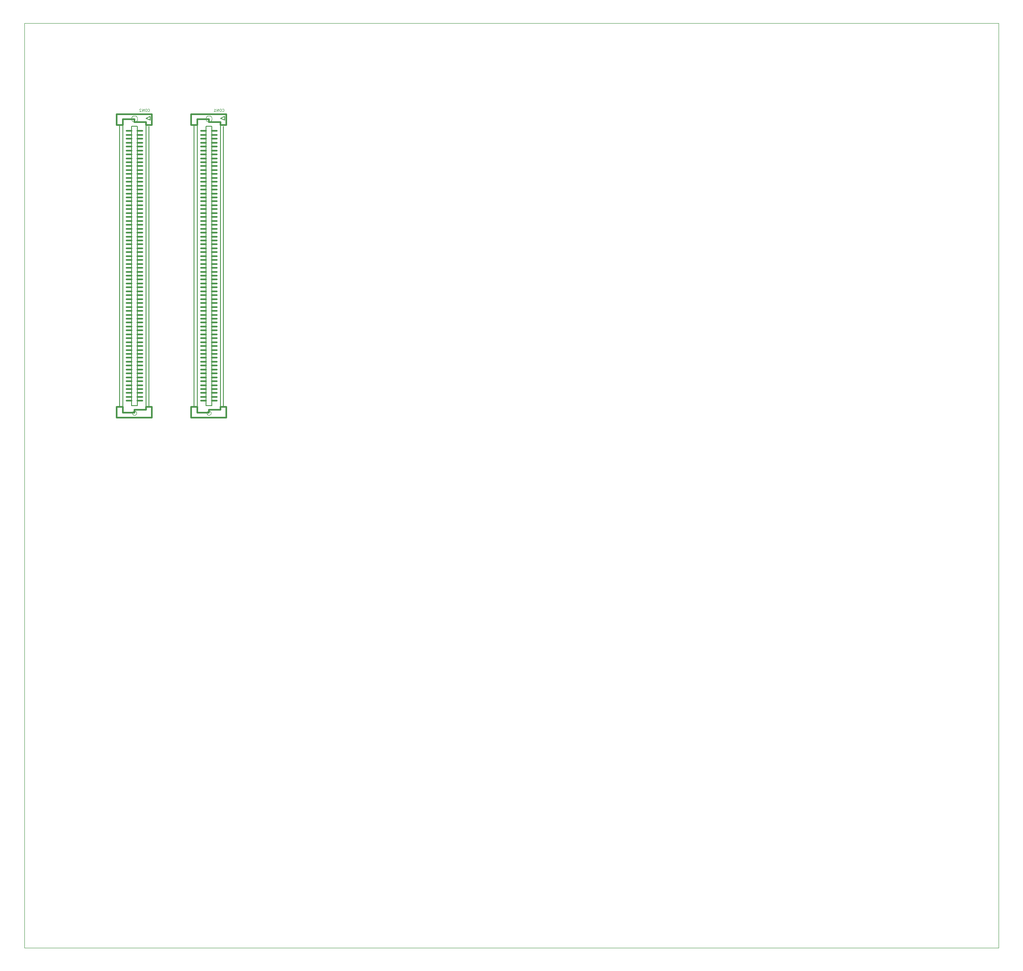
<source format=gbo>
G75*
%MOIN*%
%OFA0B0*%
%FSLAX25Y25*%
%IPPOS*%
%LPD*%
%AMOC8*
5,1,8,0,0,1.08239X$1,22.5*
%
%ADD10C,0.00000*%
%ADD11C,0.01200*%
%ADD12C,0.00500*%
%ADD13C,0.00400*%
D10*
X0001800Y0001800D02*
X0001800Y0746548D01*
X0786879Y0746548D01*
X0786879Y0001800D01*
X0001800Y0001800D01*
X0088796Y0432540D02*
X0088798Y0432621D01*
X0088804Y0432703D01*
X0088814Y0432784D01*
X0088828Y0432864D01*
X0088845Y0432943D01*
X0088867Y0433022D01*
X0088892Y0433099D01*
X0088921Y0433176D01*
X0088954Y0433250D01*
X0088991Y0433323D01*
X0089030Y0433394D01*
X0089074Y0433463D01*
X0089120Y0433530D01*
X0089170Y0433594D01*
X0089223Y0433656D01*
X0089279Y0433716D01*
X0089337Y0433772D01*
X0089399Y0433826D01*
X0089463Y0433877D01*
X0089529Y0433924D01*
X0089597Y0433968D01*
X0089668Y0434009D01*
X0089740Y0434046D01*
X0089815Y0434080D01*
X0089890Y0434110D01*
X0089968Y0434136D01*
X0090046Y0434159D01*
X0090125Y0434177D01*
X0090205Y0434192D01*
X0090286Y0434203D01*
X0090367Y0434210D01*
X0090449Y0434213D01*
X0090530Y0434212D01*
X0090611Y0434207D01*
X0090692Y0434198D01*
X0090773Y0434185D01*
X0090853Y0434168D01*
X0090931Y0434148D01*
X0091009Y0434123D01*
X0091086Y0434095D01*
X0091161Y0434063D01*
X0091234Y0434028D01*
X0091305Y0433989D01*
X0091375Y0433946D01*
X0091442Y0433901D01*
X0091508Y0433852D01*
X0091570Y0433800D01*
X0091630Y0433744D01*
X0091687Y0433686D01*
X0091742Y0433626D01*
X0091793Y0433562D01*
X0091841Y0433497D01*
X0091886Y0433429D01*
X0091928Y0433359D01*
X0091966Y0433287D01*
X0092001Y0433213D01*
X0092032Y0433138D01*
X0092059Y0433061D01*
X0092082Y0432983D01*
X0092102Y0432904D01*
X0092118Y0432824D01*
X0092130Y0432743D01*
X0092138Y0432662D01*
X0092142Y0432581D01*
X0092142Y0432499D01*
X0092138Y0432418D01*
X0092130Y0432337D01*
X0092118Y0432256D01*
X0092102Y0432176D01*
X0092082Y0432097D01*
X0092059Y0432019D01*
X0092032Y0431942D01*
X0092001Y0431867D01*
X0091966Y0431793D01*
X0091928Y0431721D01*
X0091886Y0431651D01*
X0091841Y0431583D01*
X0091793Y0431518D01*
X0091742Y0431454D01*
X0091687Y0431394D01*
X0091630Y0431336D01*
X0091570Y0431280D01*
X0091508Y0431228D01*
X0091442Y0431179D01*
X0091375Y0431134D01*
X0091306Y0431091D01*
X0091234Y0431052D01*
X0091161Y0431017D01*
X0091086Y0430985D01*
X0091009Y0430957D01*
X0090931Y0430932D01*
X0090853Y0430912D01*
X0090773Y0430895D01*
X0090692Y0430882D01*
X0090611Y0430873D01*
X0090530Y0430868D01*
X0090449Y0430867D01*
X0090367Y0430870D01*
X0090286Y0430877D01*
X0090205Y0430888D01*
X0090125Y0430903D01*
X0090046Y0430921D01*
X0089968Y0430944D01*
X0089890Y0430970D01*
X0089815Y0431000D01*
X0089740Y0431034D01*
X0089668Y0431071D01*
X0089597Y0431112D01*
X0089529Y0431156D01*
X0089463Y0431203D01*
X0089399Y0431254D01*
X0089337Y0431308D01*
X0089279Y0431364D01*
X0089223Y0431424D01*
X0089170Y0431486D01*
X0089120Y0431550D01*
X0089074Y0431617D01*
X0089030Y0431686D01*
X0088991Y0431757D01*
X0088954Y0431830D01*
X0088921Y0431904D01*
X0088892Y0431981D01*
X0088867Y0432058D01*
X0088845Y0432137D01*
X0088828Y0432216D01*
X0088814Y0432296D01*
X0088804Y0432377D01*
X0088798Y0432459D01*
X0088796Y0432540D01*
X0148796Y0432540D02*
X0148798Y0432621D01*
X0148804Y0432703D01*
X0148814Y0432784D01*
X0148828Y0432864D01*
X0148845Y0432943D01*
X0148867Y0433022D01*
X0148892Y0433099D01*
X0148921Y0433176D01*
X0148954Y0433250D01*
X0148991Y0433323D01*
X0149030Y0433394D01*
X0149074Y0433463D01*
X0149120Y0433530D01*
X0149170Y0433594D01*
X0149223Y0433656D01*
X0149279Y0433716D01*
X0149337Y0433772D01*
X0149399Y0433826D01*
X0149463Y0433877D01*
X0149529Y0433924D01*
X0149597Y0433968D01*
X0149668Y0434009D01*
X0149740Y0434046D01*
X0149815Y0434080D01*
X0149890Y0434110D01*
X0149968Y0434136D01*
X0150046Y0434159D01*
X0150125Y0434177D01*
X0150205Y0434192D01*
X0150286Y0434203D01*
X0150367Y0434210D01*
X0150449Y0434213D01*
X0150530Y0434212D01*
X0150611Y0434207D01*
X0150692Y0434198D01*
X0150773Y0434185D01*
X0150853Y0434168D01*
X0150931Y0434148D01*
X0151009Y0434123D01*
X0151086Y0434095D01*
X0151161Y0434063D01*
X0151234Y0434028D01*
X0151305Y0433989D01*
X0151375Y0433946D01*
X0151442Y0433901D01*
X0151508Y0433852D01*
X0151570Y0433800D01*
X0151630Y0433744D01*
X0151687Y0433686D01*
X0151742Y0433626D01*
X0151793Y0433562D01*
X0151841Y0433497D01*
X0151886Y0433429D01*
X0151928Y0433359D01*
X0151966Y0433287D01*
X0152001Y0433213D01*
X0152032Y0433138D01*
X0152059Y0433061D01*
X0152082Y0432983D01*
X0152102Y0432904D01*
X0152118Y0432824D01*
X0152130Y0432743D01*
X0152138Y0432662D01*
X0152142Y0432581D01*
X0152142Y0432499D01*
X0152138Y0432418D01*
X0152130Y0432337D01*
X0152118Y0432256D01*
X0152102Y0432176D01*
X0152082Y0432097D01*
X0152059Y0432019D01*
X0152032Y0431942D01*
X0152001Y0431867D01*
X0151966Y0431793D01*
X0151928Y0431721D01*
X0151886Y0431651D01*
X0151841Y0431583D01*
X0151793Y0431518D01*
X0151742Y0431454D01*
X0151687Y0431394D01*
X0151630Y0431336D01*
X0151570Y0431280D01*
X0151508Y0431228D01*
X0151442Y0431179D01*
X0151375Y0431134D01*
X0151306Y0431091D01*
X0151234Y0431052D01*
X0151161Y0431017D01*
X0151086Y0430985D01*
X0151009Y0430957D01*
X0150931Y0430932D01*
X0150853Y0430912D01*
X0150773Y0430895D01*
X0150692Y0430882D01*
X0150611Y0430873D01*
X0150530Y0430868D01*
X0150449Y0430867D01*
X0150367Y0430870D01*
X0150286Y0430877D01*
X0150205Y0430888D01*
X0150125Y0430903D01*
X0150046Y0430921D01*
X0149968Y0430944D01*
X0149890Y0430970D01*
X0149815Y0431000D01*
X0149740Y0431034D01*
X0149668Y0431071D01*
X0149597Y0431112D01*
X0149529Y0431156D01*
X0149463Y0431203D01*
X0149399Y0431254D01*
X0149337Y0431308D01*
X0149279Y0431364D01*
X0149223Y0431424D01*
X0149170Y0431486D01*
X0149120Y0431550D01*
X0149074Y0431617D01*
X0149030Y0431686D01*
X0148991Y0431757D01*
X0148954Y0431830D01*
X0148921Y0431904D01*
X0148892Y0431981D01*
X0148867Y0432058D01*
X0148845Y0432137D01*
X0148828Y0432216D01*
X0148814Y0432296D01*
X0148804Y0432377D01*
X0148798Y0432459D01*
X0148796Y0432540D01*
X0148008Y0669548D02*
X0148010Y0669647D01*
X0148016Y0669746D01*
X0148026Y0669845D01*
X0148040Y0669943D01*
X0148058Y0670040D01*
X0148080Y0670137D01*
X0148105Y0670233D01*
X0148135Y0670327D01*
X0148168Y0670421D01*
X0148205Y0670513D01*
X0148246Y0670603D01*
X0148290Y0670692D01*
X0148338Y0670778D01*
X0148389Y0670863D01*
X0148444Y0670946D01*
X0148502Y0671026D01*
X0148563Y0671104D01*
X0148627Y0671180D01*
X0148694Y0671253D01*
X0148764Y0671323D01*
X0148837Y0671390D01*
X0148913Y0671454D01*
X0148991Y0671515D01*
X0149071Y0671573D01*
X0149154Y0671628D01*
X0149238Y0671679D01*
X0149325Y0671727D01*
X0149414Y0671771D01*
X0149504Y0671812D01*
X0149596Y0671849D01*
X0149690Y0671882D01*
X0149784Y0671912D01*
X0149880Y0671937D01*
X0149977Y0671959D01*
X0150074Y0671977D01*
X0150172Y0671991D01*
X0150271Y0672001D01*
X0150370Y0672007D01*
X0150469Y0672009D01*
X0150568Y0672007D01*
X0150667Y0672001D01*
X0150766Y0671991D01*
X0150864Y0671977D01*
X0150961Y0671959D01*
X0151058Y0671937D01*
X0151154Y0671912D01*
X0151248Y0671882D01*
X0151342Y0671849D01*
X0151434Y0671812D01*
X0151524Y0671771D01*
X0151613Y0671727D01*
X0151699Y0671679D01*
X0151784Y0671628D01*
X0151867Y0671573D01*
X0151947Y0671515D01*
X0152025Y0671454D01*
X0152101Y0671390D01*
X0152174Y0671323D01*
X0152244Y0671253D01*
X0152311Y0671180D01*
X0152375Y0671104D01*
X0152436Y0671026D01*
X0152494Y0670946D01*
X0152549Y0670863D01*
X0152600Y0670779D01*
X0152648Y0670692D01*
X0152692Y0670603D01*
X0152733Y0670513D01*
X0152770Y0670421D01*
X0152803Y0670327D01*
X0152833Y0670233D01*
X0152858Y0670137D01*
X0152880Y0670040D01*
X0152898Y0669943D01*
X0152912Y0669845D01*
X0152922Y0669746D01*
X0152928Y0669647D01*
X0152930Y0669548D01*
X0152928Y0669449D01*
X0152922Y0669350D01*
X0152912Y0669251D01*
X0152898Y0669153D01*
X0152880Y0669056D01*
X0152858Y0668959D01*
X0152833Y0668863D01*
X0152803Y0668769D01*
X0152770Y0668675D01*
X0152733Y0668583D01*
X0152692Y0668493D01*
X0152648Y0668404D01*
X0152600Y0668318D01*
X0152549Y0668233D01*
X0152494Y0668150D01*
X0152436Y0668070D01*
X0152375Y0667992D01*
X0152311Y0667916D01*
X0152244Y0667843D01*
X0152174Y0667773D01*
X0152101Y0667706D01*
X0152025Y0667642D01*
X0151947Y0667581D01*
X0151867Y0667523D01*
X0151784Y0667468D01*
X0151700Y0667417D01*
X0151613Y0667369D01*
X0151524Y0667325D01*
X0151434Y0667284D01*
X0151342Y0667247D01*
X0151248Y0667214D01*
X0151154Y0667184D01*
X0151058Y0667159D01*
X0150961Y0667137D01*
X0150864Y0667119D01*
X0150766Y0667105D01*
X0150667Y0667095D01*
X0150568Y0667089D01*
X0150469Y0667087D01*
X0150370Y0667089D01*
X0150271Y0667095D01*
X0150172Y0667105D01*
X0150074Y0667119D01*
X0149977Y0667137D01*
X0149880Y0667159D01*
X0149784Y0667184D01*
X0149690Y0667214D01*
X0149596Y0667247D01*
X0149504Y0667284D01*
X0149414Y0667325D01*
X0149325Y0667369D01*
X0149239Y0667417D01*
X0149154Y0667468D01*
X0149071Y0667523D01*
X0148991Y0667581D01*
X0148913Y0667642D01*
X0148837Y0667706D01*
X0148764Y0667773D01*
X0148694Y0667843D01*
X0148627Y0667916D01*
X0148563Y0667992D01*
X0148502Y0668070D01*
X0148444Y0668150D01*
X0148389Y0668233D01*
X0148338Y0668317D01*
X0148290Y0668404D01*
X0148246Y0668493D01*
X0148205Y0668583D01*
X0148168Y0668675D01*
X0148135Y0668769D01*
X0148105Y0668863D01*
X0148080Y0668959D01*
X0148058Y0669056D01*
X0148040Y0669153D01*
X0148026Y0669251D01*
X0148016Y0669350D01*
X0148010Y0669449D01*
X0148008Y0669548D01*
X0088008Y0669548D02*
X0088010Y0669647D01*
X0088016Y0669746D01*
X0088026Y0669845D01*
X0088040Y0669943D01*
X0088058Y0670040D01*
X0088080Y0670137D01*
X0088105Y0670233D01*
X0088135Y0670327D01*
X0088168Y0670421D01*
X0088205Y0670513D01*
X0088246Y0670603D01*
X0088290Y0670692D01*
X0088338Y0670778D01*
X0088389Y0670863D01*
X0088444Y0670946D01*
X0088502Y0671026D01*
X0088563Y0671104D01*
X0088627Y0671180D01*
X0088694Y0671253D01*
X0088764Y0671323D01*
X0088837Y0671390D01*
X0088913Y0671454D01*
X0088991Y0671515D01*
X0089071Y0671573D01*
X0089154Y0671628D01*
X0089238Y0671679D01*
X0089325Y0671727D01*
X0089414Y0671771D01*
X0089504Y0671812D01*
X0089596Y0671849D01*
X0089690Y0671882D01*
X0089784Y0671912D01*
X0089880Y0671937D01*
X0089977Y0671959D01*
X0090074Y0671977D01*
X0090172Y0671991D01*
X0090271Y0672001D01*
X0090370Y0672007D01*
X0090469Y0672009D01*
X0090568Y0672007D01*
X0090667Y0672001D01*
X0090766Y0671991D01*
X0090864Y0671977D01*
X0090961Y0671959D01*
X0091058Y0671937D01*
X0091154Y0671912D01*
X0091248Y0671882D01*
X0091342Y0671849D01*
X0091434Y0671812D01*
X0091524Y0671771D01*
X0091613Y0671727D01*
X0091699Y0671679D01*
X0091784Y0671628D01*
X0091867Y0671573D01*
X0091947Y0671515D01*
X0092025Y0671454D01*
X0092101Y0671390D01*
X0092174Y0671323D01*
X0092244Y0671253D01*
X0092311Y0671180D01*
X0092375Y0671104D01*
X0092436Y0671026D01*
X0092494Y0670946D01*
X0092549Y0670863D01*
X0092600Y0670779D01*
X0092648Y0670692D01*
X0092692Y0670603D01*
X0092733Y0670513D01*
X0092770Y0670421D01*
X0092803Y0670327D01*
X0092833Y0670233D01*
X0092858Y0670137D01*
X0092880Y0670040D01*
X0092898Y0669943D01*
X0092912Y0669845D01*
X0092922Y0669746D01*
X0092928Y0669647D01*
X0092930Y0669548D01*
X0092928Y0669449D01*
X0092922Y0669350D01*
X0092912Y0669251D01*
X0092898Y0669153D01*
X0092880Y0669056D01*
X0092858Y0668959D01*
X0092833Y0668863D01*
X0092803Y0668769D01*
X0092770Y0668675D01*
X0092733Y0668583D01*
X0092692Y0668493D01*
X0092648Y0668404D01*
X0092600Y0668318D01*
X0092549Y0668233D01*
X0092494Y0668150D01*
X0092436Y0668070D01*
X0092375Y0667992D01*
X0092311Y0667916D01*
X0092244Y0667843D01*
X0092174Y0667773D01*
X0092101Y0667706D01*
X0092025Y0667642D01*
X0091947Y0667581D01*
X0091867Y0667523D01*
X0091784Y0667468D01*
X0091700Y0667417D01*
X0091613Y0667369D01*
X0091524Y0667325D01*
X0091434Y0667284D01*
X0091342Y0667247D01*
X0091248Y0667214D01*
X0091154Y0667184D01*
X0091058Y0667159D01*
X0090961Y0667137D01*
X0090864Y0667119D01*
X0090766Y0667105D01*
X0090667Y0667095D01*
X0090568Y0667089D01*
X0090469Y0667087D01*
X0090370Y0667089D01*
X0090271Y0667095D01*
X0090172Y0667105D01*
X0090074Y0667119D01*
X0089977Y0667137D01*
X0089880Y0667159D01*
X0089784Y0667184D01*
X0089690Y0667214D01*
X0089596Y0667247D01*
X0089504Y0667284D01*
X0089414Y0667325D01*
X0089325Y0667369D01*
X0089239Y0667417D01*
X0089154Y0667468D01*
X0089071Y0667523D01*
X0088991Y0667581D01*
X0088913Y0667642D01*
X0088837Y0667706D01*
X0088764Y0667773D01*
X0088694Y0667843D01*
X0088627Y0667916D01*
X0088563Y0667992D01*
X0088502Y0668070D01*
X0088444Y0668150D01*
X0088389Y0668233D01*
X0088338Y0668317D01*
X0088290Y0668404D01*
X0088246Y0668493D01*
X0088205Y0668583D01*
X0088168Y0668675D01*
X0088135Y0668769D01*
X0088105Y0668863D01*
X0088080Y0668959D01*
X0088058Y0669056D01*
X0088040Y0669153D01*
X0088026Y0669251D01*
X0088016Y0669350D01*
X0088010Y0669449D01*
X0088008Y0669548D01*
D11*
X0090469Y0669154D02*
X0090469Y0666792D01*
X0099918Y0666792D01*
X0099918Y0664430D01*
X0104643Y0664430D01*
X0104643Y0673091D01*
X0076296Y0673091D01*
X0076296Y0664430D01*
X0078658Y0664430D01*
X0081020Y0664430D01*
X0081020Y0669154D01*
X0090469Y0669154D01*
X0088107Y0659706D02*
X0084170Y0659706D01*
X0084170Y0656556D02*
X0088107Y0656556D01*
X0088107Y0653406D02*
X0084170Y0653406D01*
X0084170Y0650257D02*
X0088107Y0650257D01*
X0088107Y0647107D02*
X0084170Y0647107D01*
X0084170Y0643957D02*
X0088107Y0643957D01*
X0088107Y0640808D02*
X0084170Y0640808D01*
X0084170Y0637658D02*
X0088107Y0637658D01*
X0088107Y0634509D02*
X0084170Y0634509D01*
X0084170Y0631359D02*
X0088107Y0631359D01*
X0088107Y0628209D02*
X0084170Y0628209D01*
X0084170Y0625060D02*
X0088107Y0625060D01*
X0088107Y0621910D02*
X0084170Y0621910D01*
X0084170Y0618761D02*
X0088107Y0618761D01*
X0088107Y0615611D02*
X0084170Y0615611D01*
X0084170Y0612461D02*
X0088107Y0612461D01*
X0088107Y0609312D02*
X0084170Y0609312D01*
X0084170Y0606162D02*
X0088107Y0606162D01*
X0088107Y0603013D02*
X0084170Y0603013D01*
X0084170Y0599863D02*
X0088107Y0599863D01*
X0088107Y0596713D02*
X0084170Y0596713D01*
X0084170Y0593564D02*
X0088107Y0593564D01*
X0088107Y0590414D02*
X0084170Y0590414D01*
X0084170Y0587265D02*
X0088107Y0587265D01*
X0088107Y0584115D02*
X0084170Y0584115D01*
X0084170Y0580965D02*
X0088107Y0580965D01*
X0088107Y0577816D02*
X0084170Y0577816D01*
X0084170Y0574666D02*
X0088107Y0574666D01*
X0088107Y0571517D02*
X0084170Y0571517D01*
X0084170Y0568367D02*
X0088107Y0568367D01*
X0088107Y0565217D02*
X0084170Y0565217D01*
X0084170Y0562068D02*
X0088107Y0562068D01*
X0088107Y0558918D02*
X0084170Y0558918D01*
X0084170Y0555769D02*
X0088107Y0555769D01*
X0088107Y0552619D02*
X0084170Y0552619D01*
X0084170Y0549469D02*
X0088107Y0549469D01*
X0088107Y0546320D02*
X0084170Y0546320D01*
X0084170Y0543170D02*
X0088107Y0543170D01*
X0088107Y0540020D02*
X0084170Y0540020D01*
X0084170Y0536871D02*
X0088107Y0536871D01*
X0088107Y0533721D02*
X0084170Y0533721D01*
X0084170Y0530572D02*
X0088107Y0530572D01*
X0088107Y0527422D02*
X0084170Y0527422D01*
X0084170Y0524272D02*
X0088107Y0524272D01*
X0088107Y0521123D02*
X0084170Y0521123D01*
X0084170Y0517973D02*
X0088107Y0517973D01*
X0088107Y0514824D02*
X0084170Y0514824D01*
X0084170Y0511674D02*
X0088107Y0511674D01*
X0088107Y0508524D02*
X0084170Y0508524D01*
X0084170Y0505375D02*
X0088107Y0505375D01*
X0088107Y0502225D02*
X0084170Y0502225D01*
X0084170Y0499076D02*
X0088107Y0499076D01*
X0088107Y0495926D02*
X0084170Y0495926D01*
X0084170Y0492776D02*
X0088107Y0492776D01*
X0088107Y0489627D02*
X0084170Y0489627D01*
X0084170Y0486477D02*
X0088107Y0486477D01*
X0088107Y0483328D02*
X0084170Y0483328D01*
X0084170Y0480178D02*
X0088107Y0480178D01*
X0088107Y0477028D02*
X0084170Y0477028D01*
X0084170Y0473879D02*
X0088107Y0473879D01*
X0088107Y0470729D02*
X0084170Y0470729D01*
X0084170Y0467580D02*
X0088107Y0467580D01*
X0088107Y0464430D02*
X0084170Y0464430D01*
X0084170Y0461280D02*
X0088107Y0461280D01*
X0088107Y0458131D02*
X0084170Y0458131D01*
X0084170Y0454981D02*
X0088107Y0454981D01*
X0088107Y0451831D02*
X0084170Y0451831D01*
X0084170Y0448682D02*
X0088107Y0448682D01*
X0088107Y0445532D02*
X0084170Y0445532D01*
X0084170Y0442383D02*
X0088107Y0442383D01*
X0092831Y0442383D02*
X0096769Y0442383D01*
X0096769Y0445532D02*
X0092831Y0445532D01*
X0092831Y0448682D02*
X0096769Y0448682D01*
X0096769Y0451831D02*
X0092831Y0451831D01*
X0092831Y0454981D02*
X0096769Y0454981D01*
X0096769Y0458131D02*
X0092831Y0458131D01*
X0092831Y0461280D02*
X0096769Y0461280D01*
X0096769Y0464430D02*
X0092831Y0464430D01*
X0092831Y0467580D02*
X0096769Y0467580D01*
X0096769Y0470729D02*
X0092831Y0470729D01*
X0092831Y0473879D02*
X0096769Y0473879D01*
X0096769Y0477028D02*
X0092831Y0477028D01*
X0092831Y0480178D02*
X0096769Y0480178D01*
X0096769Y0483328D02*
X0092831Y0483328D01*
X0092831Y0486477D02*
X0096769Y0486477D01*
X0096769Y0489627D02*
X0092831Y0489627D01*
X0092831Y0492776D02*
X0096769Y0492776D01*
X0096769Y0495926D02*
X0092831Y0495926D01*
X0092831Y0499076D02*
X0096769Y0499076D01*
X0096769Y0502225D02*
X0092831Y0502225D01*
X0092831Y0505375D02*
X0096769Y0505375D01*
X0096769Y0508524D02*
X0092831Y0508524D01*
X0092831Y0511674D02*
X0096769Y0511674D01*
X0096769Y0514824D02*
X0092831Y0514824D01*
X0092831Y0517973D02*
X0096769Y0517973D01*
X0096769Y0521123D02*
X0092831Y0521123D01*
X0092831Y0524272D02*
X0096769Y0524272D01*
X0096769Y0527422D02*
X0092831Y0527422D01*
X0092831Y0530572D02*
X0096769Y0530572D01*
X0096769Y0533721D02*
X0092831Y0533721D01*
X0092831Y0536871D02*
X0096769Y0536871D01*
X0096769Y0540020D02*
X0092831Y0540020D01*
X0092831Y0543170D02*
X0096769Y0543170D01*
X0096769Y0546320D02*
X0092831Y0546320D01*
X0092831Y0549469D02*
X0096769Y0549469D01*
X0096769Y0552619D02*
X0092831Y0552619D01*
X0092831Y0555769D02*
X0096769Y0555769D01*
X0096769Y0558918D02*
X0092831Y0558918D01*
X0092831Y0562068D02*
X0096769Y0562068D01*
X0096769Y0565217D02*
X0092831Y0565217D01*
X0092831Y0568367D02*
X0096769Y0568367D01*
X0096769Y0571517D02*
X0092831Y0571517D01*
X0092831Y0574666D02*
X0096769Y0574666D01*
X0096769Y0577816D02*
X0092831Y0577816D01*
X0092831Y0580965D02*
X0096769Y0580965D01*
X0096769Y0584115D02*
X0092831Y0584115D01*
X0092831Y0587265D02*
X0096769Y0587265D01*
X0096769Y0590414D02*
X0092831Y0590414D01*
X0092831Y0593564D02*
X0096769Y0593564D01*
X0096769Y0596713D02*
X0092831Y0596713D01*
X0092831Y0599863D02*
X0096769Y0599863D01*
X0096769Y0603013D02*
X0092831Y0603013D01*
X0092831Y0606162D02*
X0096769Y0606162D01*
X0096769Y0609312D02*
X0092831Y0609312D01*
X0092831Y0612461D02*
X0096769Y0612461D01*
X0096769Y0615611D02*
X0092831Y0615611D01*
X0092831Y0618761D02*
X0096769Y0618761D01*
X0096769Y0621910D02*
X0092831Y0621910D01*
X0092831Y0625060D02*
X0096769Y0625060D01*
X0096769Y0628209D02*
X0092831Y0628209D01*
X0092831Y0631359D02*
X0096769Y0631359D01*
X0096769Y0634509D02*
X0092831Y0634509D01*
X0092831Y0637658D02*
X0096769Y0637658D01*
X0096769Y0640808D02*
X0092831Y0640808D01*
X0092831Y0643957D02*
X0096769Y0643957D01*
X0096769Y0647107D02*
X0092831Y0647107D01*
X0092831Y0650257D02*
X0096769Y0650257D01*
X0096769Y0653406D02*
X0092831Y0653406D01*
X0092831Y0656556D02*
X0096769Y0656556D01*
X0096769Y0659706D02*
X0092831Y0659706D01*
X0136296Y0664430D02*
X0138658Y0664430D01*
X0141020Y0664430D01*
X0141020Y0669154D01*
X0150469Y0669154D01*
X0150469Y0666792D01*
X0159918Y0666792D01*
X0159918Y0664430D01*
X0164643Y0664430D01*
X0164643Y0673091D01*
X0136296Y0673091D01*
X0136296Y0664430D01*
X0144170Y0659706D02*
X0148107Y0659706D01*
X0148107Y0656556D02*
X0144170Y0656556D01*
X0144170Y0653406D02*
X0148107Y0653406D01*
X0148107Y0650257D02*
X0144170Y0650257D01*
X0144170Y0647107D02*
X0148107Y0647107D01*
X0148107Y0643957D02*
X0144170Y0643957D01*
X0144170Y0640808D02*
X0148107Y0640808D01*
X0148107Y0637658D02*
X0144170Y0637658D01*
X0144170Y0634509D02*
X0148107Y0634509D01*
X0148107Y0631359D02*
X0144170Y0631359D01*
X0144170Y0628209D02*
X0148107Y0628209D01*
X0148107Y0625060D02*
X0144170Y0625060D01*
X0144170Y0621910D02*
X0148107Y0621910D01*
X0148107Y0618761D02*
X0144170Y0618761D01*
X0144170Y0615611D02*
X0148107Y0615611D01*
X0148107Y0612461D02*
X0144170Y0612461D01*
X0144170Y0609312D02*
X0148107Y0609312D01*
X0148107Y0606162D02*
X0144170Y0606162D01*
X0144170Y0603013D02*
X0148107Y0603013D01*
X0148107Y0599863D02*
X0144170Y0599863D01*
X0144170Y0596713D02*
X0148107Y0596713D01*
X0148107Y0593564D02*
X0144170Y0593564D01*
X0144170Y0590414D02*
X0148107Y0590414D01*
X0148107Y0587265D02*
X0144170Y0587265D01*
X0144170Y0584115D02*
X0148107Y0584115D01*
X0148107Y0580965D02*
X0144170Y0580965D01*
X0144170Y0577816D02*
X0148107Y0577816D01*
X0148107Y0574666D02*
X0144170Y0574666D01*
X0144170Y0571517D02*
X0148107Y0571517D01*
X0148107Y0568367D02*
X0144170Y0568367D01*
X0144170Y0565217D02*
X0148107Y0565217D01*
X0148107Y0562068D02*
X0144170Y0562068D01*
X0144170Y0558918D02*
X0148107Y0558918D01*
X0148107Y0555769D02*
X0144170Y0555769D01*
X0144170Y0552619D02*
X0148107Y0552619D01*
X0148107Y0549469D02*
X0144170Y0549469D01*
X0144170Y0546320D02*
X0148107Y0546320D01*
X0148107Y0543170D02*
X0144170Y0543170D01*
X0144170Y0540020D02*
X0148107Y0540020D01*
X0148107Y0536871D02*
X0144170Y0536871D01*
X0144170Y0533721D02*
X0148107Y0533721D01*
X0148107Y0530572D02*
X0144170Y0530572D01*
X0144170Y0527422D02*
X0148107Y0527422D01*
X0148107Y0524272D02*
X0144170Y0524272D01*
X0144170Y0521123D02*
X0148107Y0521123D01*
X0148107Y0517973D02*
X0144170Y0517973D01*
X0144170Y0514824D02*
X0148107Y0514824D01*
X0148107Y0511674D02*
X0144170Y0511674D01*
X0144170Y0508524D02*
X0148107Y0508524D01*
X0148107Y0505375D02*
X0144170Y0505375D01*
X0144170Y0502225D02*
X0148107Y0502225D01*
X0148107Y0499076D02*
X0144170Y0499076D01*
X0144170Y0495926D02*
X0148107Y0495926D01*
X0148107Y0492776D02*
X0144170Y0492776D01*
X0144170Y0489627D02*
X0148107Y0489627D01*
X0148107Y0486477D02*
X0144170Y0486477D01*
X0144170Y0483328D02*
X0148107Y0483328D01*
X0148107Y0480178D02*
X0144170Y0480178D01*
X0144170Y0477028D02*
X0148107Y0477028D01*
X0148107Y0473879D02*
X0144170Y0473879D01*
X0144170Y0470729D02*
X0148107Y0470729D01*
X0148107Y0467580D02*
X0144170Y0467580D01*
X0144170Y0464430D02*
X0148107Y0464430D01*
X0148107Y0461280D02*
X0144170Y0461280D01*
X0144170Y0458131D02*
X0148107Y0458131D01*
X0148107Y0454981D02*
X0144170Y0454981D01*
X0144170Y0451831D02*
X0148107Y0451831D01*
X0148107Y0448682D02*
X0144170Y0448682D01*
X0144170Y0445532D02*
X0148107Y0445532D01*
X0148107Y0442383D02*
X0144170Y0442383D01*
X0141020Y0437658D02*
X0141020Y0432934D01*
X0150469Y0432934D01*
X0150469Y0435296D01*
X0159918Y0435296D01*
X0159918Y0437658D01*
X0162280Y0437658D01*
X0164643Y0437658D01*
X0164643Y0428997D01*
X0136296Y0428997D01*
X0136296Y0437658D01*
X0138658Y0437658D01*
X0141020Y0437658D01*
X0152831Y0442383D02*
X0156769Y0442383D01*
X0156769Y0445532D02*
X0152831Y0445532D01*
X0152831Y0448682D02*
X0156769Y0448682D01*
X0156769Y0451831D02*
X0152831Y0451831D01*
X0152831Y0454981D02*
X0156769Y0454981D01*
X0156769Y0458131D02*
X0152831Y0458131D01*
X0152831Y0461280D02*
X0156769Y0461280D01*
X0156769Y0464430D02*
X0152831Y0464430D01*
X0152831Y0467580D02*
X0156769Y0467580D01*
X0156769Y0470729D02*
X0152831Y0470729D01*
X0152831Y0473879D02*
X0156769Y0473879D01*
X0156769Y0477028D02*
X0152831Y0477028D01*
X0152831Y0480178D02*
X0156769Y0480178D01*
X0156769Y0483328D02*
X0152831Y0483328D01*
X0152831Y0486477D02*
X0156769Y0486477D01*
X0156769Y0489627D02*
X0152831Y0489627D01*
X0152831Y0492776D02*
X0156769Y0492776D01*
X0156769Y0495926D02*
X0152831Y0495926D01*
X0152831Y0499076D02*
X0156769Y0499076D01*
X0156769Y0502225D02*
X0152831Y0502225D01*
X0152831Y0505375D02*
X0156769Y0505375D01*
X0156769Y0508524D02*
X0152831Y0508524D01*
X0152831Y0511674D02*
X0156769Y0511674D01*
X0156769Y0514824D02*
X0152831Y0514824D01*
X0152831Y0517973D02*
X0156769Y0517973D01*
X0156769Y0521123D02*
X0152831Y0521123D01*
X0152831Y0524272D02*
X0156769Y0524272D01*
X0156769Y0527422D02*
X0152831Y0527422D01*
X0152831Y0530572D02*
X0156769Y0530572D01*
X0156769Y0533721D02*
X0152831Y0533721D01*
X0152831Y0536871D02*
X0156769Y0536871D01*
X0156769Y0540020D02*
X0152831Y0540020D01*
X0152831Y0543170D02*
X0156769Y0543170D01*
X0156769Y0546320D02*
X0152831Y0546320D01*
X0152831Y0549469D02*
X0156769Y0549469D01*
X0156769Y0552619D02*
X0152831Y0552619D01*
X0152831Y0555769D02*
X0156769Y0555769D01*
X0156769Y0558918D02*
X0152831Y0558918D01*
X0152831Y0562068D02*
X0156769Y0562068D01*
X0156769Y0565217D02*
X0152831Y0565217D01*
X0152831Y0568367D02*
X0156769Y0568367D01*
X0156769Y0571517D02*
X0152831Y0571517D01*
X0152831Y0574666D02*
X0156769Y0574666D01*
X0156769Y0577816D02*
X0152831Y0577816D01*
X0152831Y0580965D02*
X0156769Y0580965D01*
X0156769Y0584115D02*
X0152831Y0584115D01*
X0152831Y0587265D02*
X0156769Y0587265D01*
X0156769Y0590414D02*
X0152831Y0590414D01*
X0152831Y0593564D02*
X0156769Y0593564D01*
X0156769Y0596713D02*
X0152831Y0596713D01*
X0152831Y0599863D02*
X0156769Y0599863D01*
X0156769Y0603013D02*
X0152831Y0603013D01*
X0152831Y0606162D02*
X0156769Y0606162D01*
X0156769Y0609312D02*
X0152831Y0609312D01*
X0152831Y0612461D02*
X0156769Y0612461D01*
X0156769Y0615611D02*
X0152831Y0615611D01*
X0152831Y0618761D02*
X0156769Y0618761D01*
X0156769Y0621910D02*
X0152831Y0621910D01*
X0152831Y0625060D02*
X0156769Y0625060D01*
X0156769Y0628209D02*
X0152831Y0628209D01*
X0152831Y0631359D02*
X0156769Y0631359D01*
X0156769Y0634509D02*
X0152831Y0634509D01*
X0152831Y0637658D02*
X0156769Y0637658D01*
X0156769Y0640808D02*
X0152831Y0640808D01*
X0152831Y0643957D02*
X0156769Y0643957D01*
X0156769Y0647107D02*
X0152831Y0647107D01*
X0152831Y0650257D02*
X0156769Y0650257D01*
X0156769Y0653406D02*
X0152831Y0653406D01*
X0152831Y0656556D02*
X0156769Y0656556D01*
X0156769Y0659706D02*
X0152831Y0659706D01*
X0104643Y0437658D02*
X0102280Y0437658D01*
X0099918Y0437658D01*
X0099918Y0435296D01*
X0090469Y0435296D01*
X0090469Y0432934D01*
X0081020Y0432934D01*
X0081020Y0437658D01*
X0078658Y0437658D01*
X0076296Y0437658D01*
X0076296Y0428997D01*
X0104643Y0428997D01*
X0104643Y0437658D01*
D12*
X0102280Y0437658D02*
X0102280Y0663643D01*
X0099918Y0664430D02*
X0099918Y0437658D01*
X0092831Y0438446D02*
X0092831Y0442383D01*
X0092831Y0445532D01*
X0092831Y0448682D01*
X0092831Y0451831D01*
X0092831Y0454981D01*
X0092831Y0458131D01*
X0092831Y0461280D01*
X0092831Y0464430D01*
X0092831Y0467580D01*
X0092831Y0470729D01*
X0092831Y0473879D01*
X0092831Y0477028D01*
X0092831Y0480178D01*
X0092831Y0483328D01*
X0092831Y0486477D01*
X0092831Y0489627D01*
X0092831Y0492776D01*
X0092831Y0495926D01*
X0092831Y0499076D01*
X0092831Y0502225D01*
X0092831Y0505375D01*
X0092831Y0508524D01*
X0092831Y0511674D01*
X0092831Y0514824D01*
X0092831Y0517973D01*
X0092831Y0521123D01*
X0092831Y0524272D01*
X0092831Y0527422D01*
X0092831Y0530572D01*
X0092831Y0533721D01*
X0092831Y0536871D01*
X0092831Y0540020D01*
X0092831Y0543170D01*
X0092831Y0546320D01*
X0092831Y0549469D01*
X0092831Y0552619D01*
X0092831Y0555769D01*
X0092831Y0558918D01*
X0092831Y0562068D01*
X0092831Y0565217D01*
X0092831Y0568367D01*
X0092831Y0571517D01*
X0092831Y0574666D01*
X0092831Y0577816D01*
X0092831Y0580965D01*
X0092831Y0584115D01*
X0092831Y0587265D01*
X0092831Y0590414D01*
X0092831Y0593564D01*
X0092831Y0596713D01*
X0092831Y0599863D01*
X0092831Y0603013D01*
X0092831Y0606162D01*
X0092831Y0609312D01*
X0092831Y0612461D01*
X0092831Y0615611D01*
X0092831Y0618761D01*
X0092831Y0621910D01*
X0092831Y0625060D01*
X0092831Y0628209D01*
X0092831Y0631359D01*
X0092831Y0634509D01*
X0092831Y0637658D01*
X0092831Y0640808D01*
X0092831Y0643957D01*
X0092831Y0647107D01*
X0092831Y0650257D01*
X0092831Y0653406D01*
X0092831Y0656556D01*
X0092831Y0659706D01*
X0092831Y0663643D01*
X0088107Y0663643D01*
X0088107Y0659706D01*
X0088107Y0656556D01*
X0088107Y0653406D01*
X0088107Y0650257D01*
X0088107Y0647107D01*
X0088107Y0643957D01*
X0088107Y0640808D01*
X0088107Y0637658D01*
X0088107Y0634509D01*
X0088107Y0631359D01*
X0088107Y0628209D01*
X0088107Y0625060D01*
X0088107Y0621910D01*
X0088107Y0618761D01*
X0088107Y0615611D01*
X0088107Y0612461D01*
X0088107Y0609312D01*
X0088107Y0606162D01*
X0088107Y0603013D01*
X0088107Y0599863D01*
X0088107Y0596713D01*
X0088107Y0593564D01*
X0088107Y0590414D01*
X0088107Y0587265D01*
X0088107Y0584115D01*
X0088107Y0580965D01*
X0088107Y0577816D01*
X0088107Y0574666D01*
X0088107Y0571517D01*
X0088107Y0568367D01*
X0088107Y0565217D01*
X0088107Y0562068D01*
X0088107Y0558918D01*
X0088107Y0555769D01*
X0088107Y0552619D01*
X0088107Y0549469D01*
X0088107Y0546320D01*
X0088107Y0543170D01*
X0088107Y0540020D01*
X0088107Y0536871D01*
X0088107Y0533721D01*
X0088107Y0530572D01*
X0088107Y0527422D01*
X0088107Y0524272D01*
X0088107Y0521123D01*
X0088107Y0517973D01*
X0088107Y0514824D01*
X0088107Y0511674D01*
X0088107Y0508524D01*
X0088107Y0505375D01*
X0088107Y0502225D01*
X0088107Y0499076D01*
X0088107Y0495926D01*
X0088107Y0492776D01*
X0088107Y0489627D01*
X0088107Y0486477D01*
X0088107Y0483328D01*
X0088107Y0480178D01*
X0088107Y0477028D01*
X0088107Y0473879D01*
X0088107Y0470729D01*
X0088107Y0467580D01*
X0088107Y0464430D01*
X0088107Y0461280D01*
X0088107Y0458131D01*
X0088107Y0454981D01*
X0088107Y0451831D01*
X0088107Y0448682D01*
X0088107Y0445532D01*
X0088107Y0442383D01*
X0088107Y0438446D01*
X0092831Y0438446D01*
X0081020Y0437658D02*
X0081020Y0664430D01*
X0078658Y0664430D02*
X0078658Y0437658D01*
X0138658Y0437658D02*
X0138658Y0664430D01*
X0141020Y0664430D02*
X0141020Y0437658D01*
X0148107Y0438446D02*
X0148107Y0442383D01*
X0148107Y0445532D01*
X0148107Y0448682D01*
X0148107Y0451831D01*
X0148107Y0454981D01*
X0148107Y0458131D01*
X0148107Y0461280D01*
X0148107Y0464430D01*
X0148107Y0467580D01*
X0148107Y0470729D01*
X0148107Y0473879D01*
X0148107Y0477028D01*
X0148107Y0480178D01*
X0148107Y0483328D01*
X0148107Y0486477D01*
X0148107Y0489627D01*
X0148107Y0492776D01*
X0148107Y0495926D01*
X0148107Y0499076D01*
X0148107Y0502225D01*
X0148107Y0505375D01*
X0148107Y0508524D01*
X0148107Y0511674D01*
X0148107Y0514824D01*
X0148107Y0517973D01*
X0148107Y0521123D01*
X0148107Y0524272D01*
X0148107Y0527422D01*
X0148107Y0530572D01*
X0148107Y0533721D01*
X0148107Y0536871D01*
X0148107Y0540020D01*
X0148107Y0543170D01*
X0148107Y0546320D01*
X0148107Y0549469D01*
X0148107Y0552619D01*
X0148107Y0555769D01*
X0148107Y0558918D01*
X0148107Y0562068D01*
X0148107Y0565217D01*
X0148107Y0568367D01*
X0148107Y0571517D01*
X0148107Y0574666D01*
X0148107Y0577816D01*
X0148107Y0580965D01*
X0148107Y0584115D01*
X0148107Y0587265D01*
X0148107Y0590414D01*
X0148107Y0593564D01*
X0148107Y0596713D01*
X0148107Y0599863D01*
X0148107Y0603013D01*
X0148107Y0606162D01*
X0148107Y0609312D01*
X0148107Y0612461D01*
X0148107Y0615611D01*
X0148107Y0618761D01*
X0148107Y0621910D01*
X0148107Y0625060D01*
X0148107Y0628209D01*
X0148107Y0631359D01*
X0148107Y0634509D01*
X0148107Y0637658D01*
X0148107Y0640808D01*
X0148107Y0643957D01*
X0148107Y0647107D01*
X0148107Y0650257D01*
X0148107Y0653406D01*
X0148107Y0656556D01*
X0148107Y0659706D01*
X0148107Y0663643D01*
X0152831Y0663643D01*
X0152831Y0659706D01*
X0152831Y0656556D01*
X0152831Y0653406D01*
X0152831Y0650257D01*
X0152831Y0647107D01*
X0152831Y0643957D01*
X0152831Y0640808D01*
X0152831Y0637658D01*
X0152831Y0634509D01*
X0152831Y0631359D01*
X0152831Y0628209D01*
X0152831Y0625060D01*
X0152831Y0621910D01*
X0152831Y0618761D01*
X0152831Y0615611D01*
X0152831Y0612461D01*
X0152831Y0609312D01*
X0152831Y0606162D01*
X0152831Y0603013D01*
X0152831Y0599863D01*
X0152831Y0596713D01*
X0152831Y0593564D01*
X0152831Y0590414D01*
X0152831Y0587265D01*
X0152831Y0584115D01*
X0152831Y0580965D01*
X0152831Y0577816D01*
X0152831Y0574666D01*
X0152831Y0571517D01*
X0152831Y0568367D01*
X0152831Y0565217D01*
X0152831Y0562068D01*
X0152831Y0558918D01*
X0152831Y0555769D01*
X0152831Y0552619D01*
X0152831Y0549469D01*
X0152831Y0546320D01*
X0152831Y0543170D01*
X0152831Y0540020D01*
X0152831Y0536871D01*
X0152831Y0533721D01*
X0152831Y0530572D01*
X0152831Y0527422D01*
X0152831Y0524272D01*
X0152831Y0521123D01*
X0152831Y0517973D01*
X0152831Y0514824D01*
X0152831Y0511674D01*
X0152831Y0508524D01*
X0152831Y0505375D01*
X0152831Y0502225D01*
X0152831Y0499076D01*
X0152831Y0495926D01*
X0152831Y0492776D01*
X0152831Y0489627D01*
X0152831Y0486477D01*
X0152831Y0483328D01*
X0152831Y0480178D01*
X0152831Y0477028D01*
X0152831Y0473879D01*
X0152831Y0470729D01*
X0152831Y0467580D01*
X0152831Y0464430D01*
X0152831Y0461280D01*
X0152831Y0458131D01*
X0152831Y0454981D01*
X0152831Y0451831D01*
X0152831Y0448682D01*
X0152831Y0445532D01*
X0152831Y0442383D01*
X0152831Y0438446D01*
X0148107Y0438446D01*
X0159918Y0437658D02*
X0159918Y0664430D01*
X0162280Y0663643D02*
X0162280Y0437658D01*
X0163068Y0668367D02*
X0159918Y0669942D01*
X0163068Y0671517D01*
X0163068Y0668367D01*
X0103068Y0668367D02*
X0099918Y0669942D01*
X0103068Y0671517D01*
X0103068Y0668367D01*
D13*
X0102266Y0675394D02*
X0101599Y0675394D01*
X0101266Y0675727D01*
X0100390Y0675727D02*
X0100057Y0675394D01*
X0099389Y0675394D01*
X0099056Y0675727D01*
X0099056Y0677062D01*
X0099389Y0677395D01*
X0100057Y0677395D01*
X0100390Y0677062D01*
X0100390Y0675727D01*
X0101266Y0677062D02*
X0101599Y0677395D01*
X0102266Y0677395D01*
X0102600Y0677062D01*
X0102600Y0675727D01*
X0102266Y0675394D01*
X0098180Y0675394D02*
X0098180Y0677395D01*
X0096846Y0675394D01*
X0096846Y0677395D01*
X0095970Y0677062D02*
X0095637Y0677395D01*
X0094970Y0677395D01*
X0094636Y0677062D01*
X0094636Y0676728D01*
X0095970Y0675394D01*
X0094636Y0675394D01*
X0154636Y0675394D02*
X0155970Y0675394D01*
X0155303Y0675394D02*
X0155303Y0677395D01*
X0155970Y0676728D01*
X0156846Y0677395D02*
X0156846Y0675394D01*
X0158180Y0677395D01*
X0158180Y0675394D01*
X0159056Y0675727D02*
X0159056Y0677062D01*
X0159389Y0677395D01*
X0160057Y0677395D01*
X0160390Y0677062D01*
X0160390Y0675727D01*
X0160057Y0675394D01*
X0159389Y0675394D01*
X0159056Y0675727D01*
X0161266Y0675727D02*
X0161599Y0675394D01*
X0162266Y0675394D01*
X0162600Y0675727D01*
X0162600Y0677062D01*
X0162266Y0677395D01*
X0161599Y0677395D01*
X0161266Y0677062D01*
M02*

</source>
